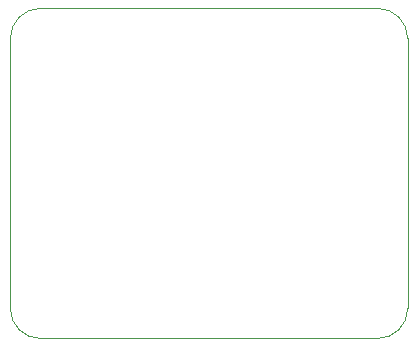
<source format=gbr>
%TF.GenerationSoftware,KiCad,Pcbnew,(5.1.9)-1*%
%TF.CreationDate,2021-04-29T17:58:46+08:00*%
%TF.ProjectId,arduino_pro_mini,61726475-696e-46f5-9f70-726f5f6d696e,rev?*%
%TF.SameCoordinates,Original*%
%TF.FileFunction,Profile,NP*%
%FSLAX46Y46*%
G04 Gerber Fmt 4.6, Leading zero omitted, Abs format (unit mm)*
G04 Created by KiCad (PCBNEW (5.1.9)-1) date 2021-04-29 17:58:46*
%MOMM*%
%LPD*%
G01*
G04 APERTURE LIST*
%TA.AperFunction,Profile*%
%ADD10C,0.050000*%
%TD*%
G04 APERTURE END LIST*
D10*
X173355000Y-55880000D02*
G75*
G02*
X170815000Y-58420000I-2540000J0D01*
G01*
X142240000Y-58420000D02*
G75*
G02*
X139700000Y-55880000I0J2540000D01*
G01*
X170815000Y-58420000D02*
X142240000Y-58420000D01*
X170815000Y-30480000D02*
G75*
G02*
X173355000Y-33020000I0J-2540000D01*
G01*
X139700000Y-33020000D02*
G75*
G02*
X142240000Y-30480000I2540000J0D01*
G01*
X173355000Y-55880000D02*
X173355000Y-33020000D01*
X139700000Y-33020000D02*
X139700000Y-55880000D01*
X142240000Y-30480000D02*
X170815000Y-30480000D01*
M02*

</source>
